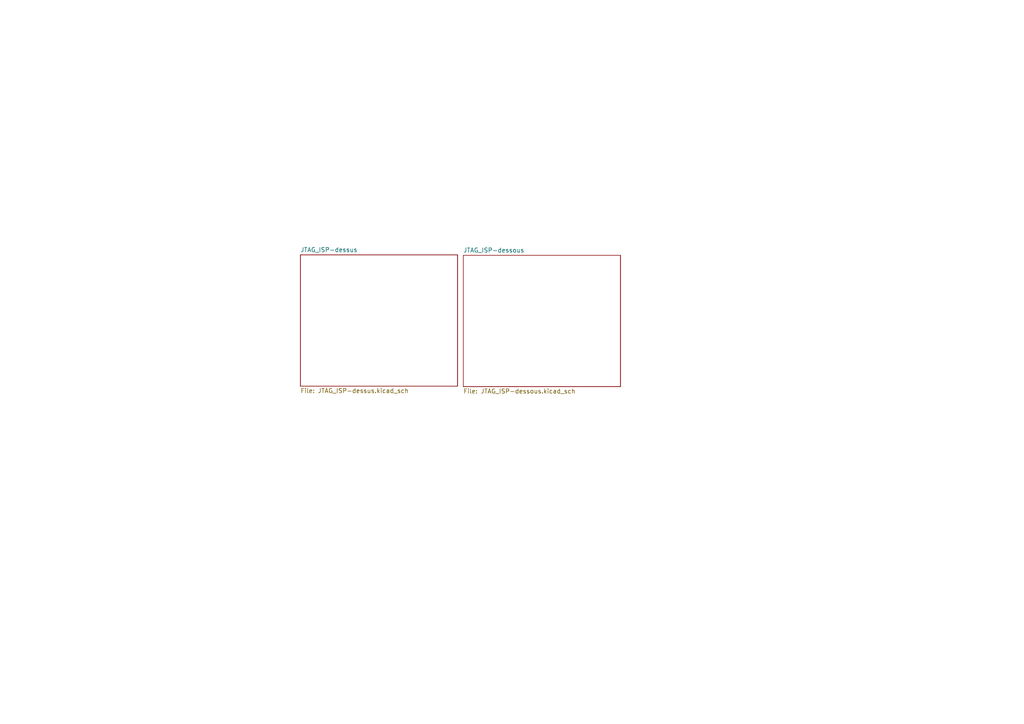
<source format=kicad_sch>
(kicad_sch (version 20211123) (generator eeschema)
  (paper "A4")
  (title_block (title "JTAG_ISP") (date "2022-03-12") (rev "v1.0.0"))
  (lib_symbols)
  (sheet (at 87.122 73.914) (size 45.593 38.1) (stroke (width 0.1524))
    (property "Sheet name" "JTAG_ISP-dessus" (at 87.122 73.2024 0) (effects (justify left bottom)))
    (property "Sheet file" "JTAG_ISP-dessus.kicad_sch" (at 87.122 112.5986 0) (effects (justify left top)))
  )
  (sheet (at 134.366 74.041) (size 45.593 38.1) (stroke (width 0.1524))
    (property "Sheet name" "JTAG_ISP-dessous" (at 134.366 73.3294 0) (effects (justify left bottom)))
    (property "Sheet file" "JTAG_ISP-dessous.kicad_sch" (at 134.366 112.7256 0) (effects (justify left top)))
  )
)
</source>
